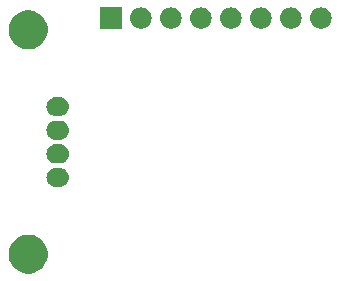
<source format=gbs>
G04 #@! TF.GenerationSoftware,KiCad,Pcbnew,(5.1.2)-1*
G04 #@! TF.CreationDate,2025-02-08T22:23:42+09:00*
G04 #@! TF.ProjectId,ss,73732e6b-6963-4616-945f-706362585858,rev?*
G04 #@! TF.SameCoordinates,Original*
G04 #@! TF.FileFunction,Soldermask,Bot*
G04 #@! TF.FilePolarity,Negative*
%FSLAX46Y46*%
G04 Gerber Fmt 4.6, Leading zero omitted, Abs format (unit mm)*
G04 Created by KiCad (PCBNEW (5.1.2)-1) date 2025-02-08 22:23:42*
%MOMM*%
%LPD*%
G04 APERTURE LIST*
%ADD10C,0.100000*%
G04 APERTURE END LIST*
D10*
G36*
X103375256Y-95391298D02*
G01*
X103481579Y-95412447D01*
X103782042Y-95536903D01*
X104052451Y-95717585D01*
X104282415Y-95947549D01*
X104463097Y-96217958D01*
X104587553Y-96518421D01*
X104651000Y-96837391D01*
X104651000Y-97162609D01*
X104587553Y-97481579D01*
X104463097Y-97782042D01*
X104282415Y-98052451D01*
X104052451Y-98282415D01*
X103782042Y-98463097D01*
X103481579Y-98587553D01*
X103375256Y-98608702D01*
X103162611Y-98651000D01*
X102837389Y-98651000D01*
X102624744Y-98608702D01*
X102518421Y-98587553D01*
X102217958Y-98463097D01*
X101947549Y-98282415D01*
X101717585Y-98052451D01*
X101536903Y-97782042D01*
X101412447Y-97481579D01*
X101349000Y-97162609D01*
X101349000Y-96837391D01*
X101412447Y-96518421D01*
X101536903Y-96217958D01*
X101717585Y-95947549D01*
X101947549Y-95717585D01*
X102217958Y-95536903D01*
X102518421Y-95412447D01*
X102624744Y-95391298D01*
X102837389Y-95349000D01*
X103162611Y-95349000D01*
X103375256Y-95391298D01*
X103375256Y-95391298D01*
G37*
G36*
X105717747Y-89690921D02*
G01*
X105797376Y-89698764D01*
X105950627Y-89745252D01*
X105950630Y-89745253D01*
X106091863Y-89820744D01*
X106215659Y-89922341D01*
X106317256Y-90046137D01*
X106392747Y-90187370D01*
X106392748Y-90187373D01*
X106439236Y-90340624D01*
X106454933Y-90500000D01*
X106439236Y-90659376D01*
X106392748Y-90812627D01*
X106392747Y-90812630D01*
X106317256Y-90953863D01*
X106215659Y-91077659D01*
X106091863Y-91179256D01*
X105950630Y-91254747D01*
X105950627Y-91254748D01*
X105797376Y-91301236D01*
X105717747Y-91309079D01*
X105677934Y-91313000D01*
X105322066Y-91313000D01*
X105282253Y-91309079D01*
X105202624Y-91301236D01*
X105049373Y-91254748D01*
X105049370Y-91254747D01*
X104908137Y-91179256D01*
X104784341Y-91077659D01*
X104682744Y-90953863D01*
X104607253Y-90812630D01*
X104607252Y-90812627D01*
X104560764Y-90659376D01*
X104545067Y-90500000D01*
X104560764Y-90340624D01*
X104607252Y-90187373D01*
X104607253Y-90187370D01*
X104682744Y-90046137D01*
X104784341Y-89922341D01*
X104908137Y-89820744D01*
X105049370Y-89745253D01*
X105049373Y-89745252D01*
X105202624Y-89698764D01*
X105282253Y-89690921D01*
X105322066Y-89687000D01*
X105677934Y-89687000D01*
X105717747Y-89690921D01*
X105717747Y-89690921D01*
G37*
G36*
X105717747Y-87690921D02*
G01*
X105797376Y-87698764D01*
X105950627Y-87745252D01*
X105950630Y-87745253D01*
X106091863Y-87820744D01*
X106215659Y-87922341D01*
X106317256Y-88046137D01*
X106392747Y-88187370D01*
X106392748Y-88187373D01*
X106439236Y-88340624D01*
X106454933Y-88500000D01*
X106439236Y-88659376D01*
X106392748Y-88812627D01*
X106392747Y-88812630D01*
X106317256Y-88953863D01*
X106215659Y-89077659D01*
X106091863Y-89179256D01*
X105950630Y-89254747D01*
X105950627Y-89254748D01*
X105797376Y-89301236D01*
X105717747Y-89309079D01*
X105677934Y-89313000D01*
X105322066Y-89313000D01*
X105282253Y-89309079D01*
X105202624Y-89301236D01*
X105049373Y-89254748D01*
X105049370Y-89254747D01*
X104908137Y-89179256D01*
X104784341Y-89077659D01*
X104682744Y-88953863D01*
X104607253Y-88812630D01*
X104607252Y-88812627D01*
X104560764Y-88659376D01*
X104545067Y-88500000D01*
X104560764Y-88340624D01*
X104607252Y-88187373D01*
X104607253Y-88187370D01*
X104682744Y-88046137D01*
X104784341Y-87922341D01*
X104908137Y-87820744D01*
X105049370Y-87745253D01*
X105049373Y-87745252D01*
X105202624Y-87698764D01*
X105282253Y-87690921D01*
X105322066Y-87687000D01*
X105677934Y-87687000D01*
X105717747Y-87690921D01*
X105717747Y-87690921D01*
G37*
G36*
X105717747Y-85690921D02*
G01*
X105797376Y-85698764D01*
X105950627Y-85745252D01*
X105950630Y-85745253D01*
X106091863Y-85820744D01*
X106215659Y-85922341D01*
X106317256Y-86046137D01*
X106392747Y-86187370D01*
X106392748Y-86187373D01*
X106439236Y-86340624D01*
X106454933Y-86500000D01*
X106439236Y-86659376D01*
X106392748Y-86812627D01*
X106392747Y-86812630D01*
X106317256Y-86953863D01*
X106215659Y-87077659D01*
X106091863Y-87179256D01*
X105950630Y-87254747D01*
X105950627Y-87254748D01*
X105797376Y-87301236D01*
X105717747Y-87309079D01*
X105677934Y-87313000D01*
X105322066Y-87313000D01*
X105282253Y-87309079D01*
X105202624Y-87301236D01*
X105049373Y-87254748D01*
X105049370Y-87254747D01*
X104908137Y-87179256D01*
X104784341Y-87077659D01*
X104682744Y-86953863D01*
X104607253Y-86812630D01*
X104607252Y-86812627D01*
X104560764Y-86659376D01*
X104545067Y-86500000D01*
X104560764Y-86340624D01*
X104607252Y-86187373D01*
X104607253Y-86187370D01*
X104682744Y-86046137D01*
X104784341Y-85922341D01*
X104908137Y-85820744D01*
X105049370Y-85745253D01*
X105049373Y-85745252D01*
X105202624Y-85698764D01*
X105282253Y-85690921D01*
X105322066Y-85687000D01*
X105677934Y-85687000D01*
X105717747Y-85690921D01*
X105717747Y-85690921D01*
G37*
G36*
X105717747Y-83690921D02*
G01*
X105797376Y-83698764D01*
X105950627Y-83745252D01*
X105950630Y-83745253D01*
X106091863Y-83820744D01*
X106215659Y-83922341D01*
X106317256Y-84046137D01*
X106392747Y-84187370D01*
X106392748Y-84187373D01*
X106439236Y-84340624D01*
X106454933Y-84500000D01*
X106439236Y-84659376D01*
X106392748Y-84812627D01*
X106392747Y-84812630D01*
X106317256Y-84953863D01*
X106215659Y-85077659D01*
X106091863Y-85179256D01*
X105950630Y-85254747D01*
X105950627Y-85254748D01*
X105797376Y-85301236D01*
X105717747Y-85309079D01*
X105677934Y-85313000D01*
X105322066Y-85313000D01*
X105282253Y-85309079D01*
X105202624Y-85301236D01*
X105049373Y-85254748D01*
X105049370Y-85254747D01*
X104908137Y-85179256D01*
X104784341Y-85077659D01*
X104682744Y-84953863D01*
X104607253Y-84812630D01*
X104607252Y-84812627D01*
X104560764Y-84659376D01*
X104545067Y-84500000D01*
X104560764Y-84340624D01*
X104607252Y-84187373D01*
X104607253Y-84187370D01*
X104682744Y-84046137D01*
X104784341Y-83922341D01*
X104908137Y-83820744D01*
X105049370Y-83745253D01*
X105049373Y-83745252D01*
X105202624Y-83698764D01*
X105282253Y-83690921D01*
X105322066Y-83687000D01*
X105677934Y-83687000D01*
X105717747Y-83690921D01*
X105717747Y-83690921D01*
G37*
G36*
X103375256Y-76391298D02*
G01*
X103481579Y-76412447D01*
X103782042Y-76536903D01*
X104052451Y-76717585D01*
X104282415Y-76947549D01*
X104463097Y-77217958D01*
X104581162Y-77502991D01*
X104587553Y-77518422D01*
X104650812Y-77836443D01*
X104651000Y-77837391D01*
X104651000Y-78162609D01*
X104587553Y-78481579D01*
X104463097Y-78782042D01*
X104282415Y-79052451D01*
X104052451Y-79282415D01*
X103782042Y-79463097D01*
X103481579Y-79587553D01*
X103375256Y-79608702D01*
X103162611Y-79651000D01*
X102837389Y-79651000D01*
X102624744Y-79608702D01*
X102518421Y-79587553D01*
X102217958Y-79463097D01*
X101947549Y-79282415D01*
X101717585Y-79052451D01*
X101536903Y-78782042D01*
X101412447Y-78481579D01*
X101349000Y-78162609D01*
X101349000Y-77837391D01*
X101349189Y-77836443D01*
X101412447Y-77518422D01*
X101418839Y-77502991D01*
X101536903Y-77217958D01*
X101717585Y-76947549D01*
X101947549Y-76717585D01*
X102217958Y-76536903D01*
X102518421Y-76412447D01*
X102624744Y-76391298D01*
X102837389Y-76349000D01*
X103162611Y-76349000D01*
X103375256Y-76391298D01*
X103375256Y-76391298D01*
G37*
G36*
X120270443Y-76105519D02*
G01*
X120336627Y-76112037D01*
X120506466Y-76163557D01*
X120662991Y-76247222D01*
X120698729Y-76276552D01*
X120800186Y-76359814D01*
X120883448Y-76461271D01*
X120912778Y-76497009D01*
X120996443Y-76653534D01*
X121047963Y-76823373D01*
X121065359Y-77000000D01*
X121047963Y-77176627D01*
X120996443Y-77346466D01*
X120912778Y-77502991D01*
X120900114Y-77518422D01*
X120800186Y-77640186D01*
X120698729Y-77723448D01*
X120662991Y-77752778D01*
X120506466Y-77836443D01*
X120336627Y-77887963D01*
X120270442Y-77894482D01*
X120204260Y-77901000D01*
X120115740Y-77901000D01*
X120049558Y-77894482D01*
X119983373Y-77887963D01*
X119813534Y-77836443D01*
X119657009Y-77752778D01*
X119621271Y-77723448D01*
X119519814Y-77640186D01*
X119419886Y-77518422D01*
X119407222Y-77502991D01*
X119323557Y-77346466D01*
X119272037Y-77176627D01*
X119254641Y-77000000D01*
X119272037Y-76823373D01*
X119323557Y-76653534D01*
X119407222Y-76497009D01*
X119436552Y-76461271D01*
X119519814Y-76359814D01*
X119621271Y-76276552D01*
X119657009Y-76247222D01*
X119813534Y-76163557D01*
X119983373Y-76112037D01*
X120049557Y-76105519D01*
X120115740Y-76099000D01*
X120204260Y-76099000D01*
X120270443Y-76105519D01*
X120270443Y-76105519D01*
G37*
G36*
X127890443Y-76105519D02*
G01*
X127956627Y-76112037D01*
X128126466Y-76163557D01*
X128282991Y-76247222D01*
X128318729Y-76276552D01*
X128420186Y-76359814D01*
X128503448Y-76461271D01*
X128532778Y-76497009D01*
X128616443Y-76653534D01*
X128667963Y-76823373D01*
X128685359Y-77000000D01*
X128667963Y-77176627D01*
X128616443Y-77346466D01*
X128532778Y-77502991D01*
X128520114Y-77518422D01*
X128420186Y-77640186D01*
X128318729Y-77723448D01*
X128282991Y-77752778D01*
X128126466Y-77836443D01*
X127956627Y-77887963D01*
X127890442Y-77894482D01*
X127824260Y-77901000D01*
X127735740Y-77901000D01*
X127669558Y-77894482D01*
X127603373Y-77887963D01*
X127433534Y-77836443D01*
X127277009Y-77752778D01*
X127241271Y-77723448D01*
X127139814Y-77640186D01*
X127039886Y-77518422D01*
X127027222Y-77502991D01*
X126943557Y-77346466D01*
X126892037Y-77176627D01*
X126874641Y-77000000D01*
X126892037Y-76823373D01*
X126943557Y-76653534D01*
X127027222Y-76497009D01*
X127056552Y-76461271D01*
X127139814Y-76359814D01*
X127241271Y-76276552D01*
X127277009Y-76247222D01*
X127433534Y-76163557D01*
X127603373Y-76112037D01*
X127669557Y-76105519D01*
X127735740Y-76099000D01*
X127824260Y-76099000D01*
X127890443Y-76105519D01*
X127890443Y-76105519D01*
G37*
G36*
X125350443Y-76105519D02*
G01*
X125416627Y-76112037D01*
X125586466Y-76163557D01*
X125742991Y-76247222D01*
X125778729Y-76276552D01*
X125880186Y-76359814D01*
X125963448Y-76461271D01*
X125992778Y-76497009D01*
X126076443Y-76653534D01*
X126127963Y-76823373D01*
X126145359Y-77000000D01*
X126127963Y-77176627D01*
X126076443Y-77346466D01*
X125992778Y-77502991D01*
X125980114Y-77518422D01*
X125880186Y-77640186D01*
X125778729Y-77723448D01*
X125742991Y-77752778D01*
X125586466Y-77836443D01*
X125416627Y-77887963D01*
X125350442Y-77894482D01*
X125284260Y-77901000D01*
X125195740Y-77901000D01*
X125129558Y-77894482D01*
X125063373Y-77887963D01*
X124893534Y-77836443D01*
X124737009Y-77752778D01*
X124701271Y-77723448D01*
X124599814Y-77640186D01*
X124499886Y-77518422D01*
X124487222Y-77502991D01*
X124403557Y-77346466D01*
X124352037Y-77176627D01*
X124334641Y-77000000D01*
X124352037Y-76823373D01*
X124403557Y-76653534D01*
X124487222Y-76497009D01*
X124516552Y-76461271D01*
X124599814Y-76359814D01*
X124701271Y-76276552D01*
X124737009Y-76247222D01*
X124893534Y-76163557D01*
X125063373Y-76112037D01*
X125129557Y-76105519D01*
X125195740Y-76099000D01*
X125284260Y-76099000D01*
X125350443Y-76105519D01*
X125350443Y-76105519D01*
G37*
G36*
X122810443Y-76105519D02*
G01*
X122876627Y-76112037D01*
X123046466Y-76163557D01*
X123202991Y-76247222D01*
X123238729Y-76276552D01*
X123340186Y-76359814D01*
X123423448Y-76461271D01*
X123452778Y-76497009D01*
X123536443Y-76653534D01*
X123587963Y-76823373D01*
X123605359Y-77000000D01*
X123587963Y-77176627D01*
X123536443Y-77346466D01*
X123452778Y-77502991D01*
X123440114Y-77518422D01*
X123340186Y-77640186D01*
X123238729Y-77723448D01*
X123202991Y-77752778D01*
X123046466Y-77836443D01*
X122876627Y-77887963D01*
X122810442Y-77894482D01*
X122744260Y-77901000D01*
X122655740Y-77901000D01*
X122589558Y-77894482D01*
X122523373Y-77887963D01*
X122353534Y-77836443D01*
X122197009Y-77752778D01*
X122161271Y-77723448D01*
X122059814Y-77640186D01*
X121959886Y-77518422D01*
X121947222Y-77502991D01*
X121863557Y-77346466D01*
X121812037Y-77176627D01*
X121794641Y-77000000D01*
X121812037Y-76823373D01*
X121863557Y-76653534D01*
X121947222Y-76497009D01*
X121976552Y-76461271D01*
X122059814Y-76359814D01*
X122161271Y-76276552D01*
X122197009Y-76247222D01*
X122353534Y-76163557D01*
X122523373Y-76112037D01*
X122589557Y-76105519D01*
X122655740Y-76099000D01*
X122744260Y-76099000D01*
X122810443Y-76105519D01*
X122810443Y-76105519D01*
G37*
G36*
X110901000Y-77901000D02*
G01*
X109099000Y-77901000D01*
X109099000Y-76099000D01*
X110901000Y-76099000D01*
X110901000Y-77901000D01*
X110901000Y-77901000D01*
G37*
G36*
X112650443Y-76105519D02*
G01*
X112716627Y-76112037D01*
X112886466Y-76163557D01*
X113042991Y-76247222D01*
X113078729Y-76276552D01*
X113180186Y-76359814D01*
X113263448Y-76461271D01*
X113292778Y-76497009D01*
X113376443Y-76653534D01*
X113427963Y-76823373D01*
X113445359Y-77000000D01*
X113427963Y-77176627D01*
X113376443Y-77346466D01*
X113292778Y-77502991D01*
X113280114Y-77518422D01*
X113180186Y-77640186D01*
X113078729Y-77723448D01*
X113042991Y-77752778D01*
X112886466Y-77836443D01*
X112716627Y-77887963D01*
X112650442Y-77894482D01*
X112584260Y-77901000D01*
X112495740Y-77901000D01*
X112429558Y-77894482D01*
X112363373Y-77887963D01*
X112193534Y-77836443D01*
X112037009Y-77752778D01*
X112001271Y-77723448D01*
X111899814Y-77640186D01*
X111799886Y-77518422D01*
X111787222Y-77502991D01*
X111703557Y-77346466D01*
X111652037Y-77176627D01*
X111634641Y-77000000D01*
X111652037Y-76823373D01*
X111703557Y-76653534D01*
X111787222Y-76497009D01*
X111816552Y-76461271D01*
X111899814Y-76359814D01*
X112001271Y-76276552D01*
X112037009Y-76247222D01*
X112193534Y-76163557D01*
X112363373Y-76112037D01*
X112429557Y-76105519D01*
X112495740Y-76099000D01*
X112584260Y-76099000D01*
X112650443Y-76105519D01*
X112650443Y-76105519D01*
G37*
G36*
X115190443Y-76105519D02*
G01*
X115256627Y-76112037D01*
X115426466Y-76163557D01*
X115582991Y-76247222D01*
X115618729Y-76276552D01*
X115720186Y-76359814D01*
X115803448Y-76461271D01*
X115832778Y-76497009D01*
X115916443Y-76653534D01*
X115967963Y-76823373D01*
X115985359Y-77000000D01*
X115967963Y-77176627D01*
X115916443Y-77346466D01*
X115832778Y-77502991D01*
X115820114Y-77518422D01*
X115720186Y-77640186D01*
X115618729Y-77723448D01*
X115582991Y-77752778D01*
X115426466Y-77836443D01*
X115256627Y-77887963D01*
X115190442Y-77894482D01*
X115124260Y-77901000D01*
X115035740Y-77901000D01*
X114969558Y-77894482D01*
X114903373Y-77887963D01*
X114733534Y-77836443D01*
X114577009Y-77752778D01*
X114541271Y-77723448D01*
X114439814Y-77640186D01*
X114339886Y-77518422D01*
X114327222Y-77502991D01*
X114243557Y-77346466D01*
X114192037Y-77176627D01*
X114174641Y-77000000D01*
X114192037Y-76823373D01*
X114243557Y-76653534D01*
X114327222Y-76497009D01*
X114356552Y-76461271D01*
X114439814Y-76359814D01*
X114541271Y-76276552D01*
X114577009Y-76247222D01*
X114733534Y-76163557D01*
X114903373Y-76112037D01*
X114969557Y-76105519D01*
X115035740Y-76099000D01*
X115124260Y-76099000D01*
X115190443Y-76105519D01*
X115190443Y-76105519D01*
G37*
G36*
X117730443Y-76105519D02*
G01*
X117796627Y-76112037D01*
X117966466Y-76163557D01*
X118122991Y-76247222D01*
X118158729Y-76276552D01*
X118260186Y-76359814D01*
X118343448Y-76461271D01*
X118372778Y-76497009D01*
X118456443Y-76653534D01*
X118507963Y-76823373D01*
X118525359Y-77000000D01*
X118507963Y-77176627D01*
X118456443Y-77346466D01*
X118372778Y-77502991D01*
X118360114Y-77518422D01*
X118260186Y-77640186D01*
X118158729Y-77723448D01*
X118122991Y-77752778D01*
X117966466Y-77836443D01*
X117796627Y-77887963D01*
X117730442Y-77894482D01*
X117664260Y-77901000D01*
X117575740Y-77901000D01*
X117509558Y-77894482D01*
X117443373Y-77887963D01*
X117273534Y-77836443D01*
X117117009Y-77752778D01*
X117081271Y-77723448D01*
X116979814Y-77640186D01*
X116879886Y-77518422D01*
X116867222Y-77502991D01*
X116783557Y-77346466D01*
X116732037Y-77176627D01*
X116714641Y-77000000D01*
X116732037Y-76823373D01*
X116783557Y-76653534D01*
X116867222Y-76497009D01*
X116896552Y-76461271D01*
X116979814Y-76359814D01*
X117081271Y-76276552D01*
X117117009Y-76247222D01*
X117273534Y-76163557D01*
X117443373Y-76112037D01*
X117509557Y-76105519D01*
X117575740Y-76099000D01*
X117664260Y-76099000D01*
X117730443Y-76105519D01*
X117730443Y-76105519D01*
G37*
M02*

</source>
